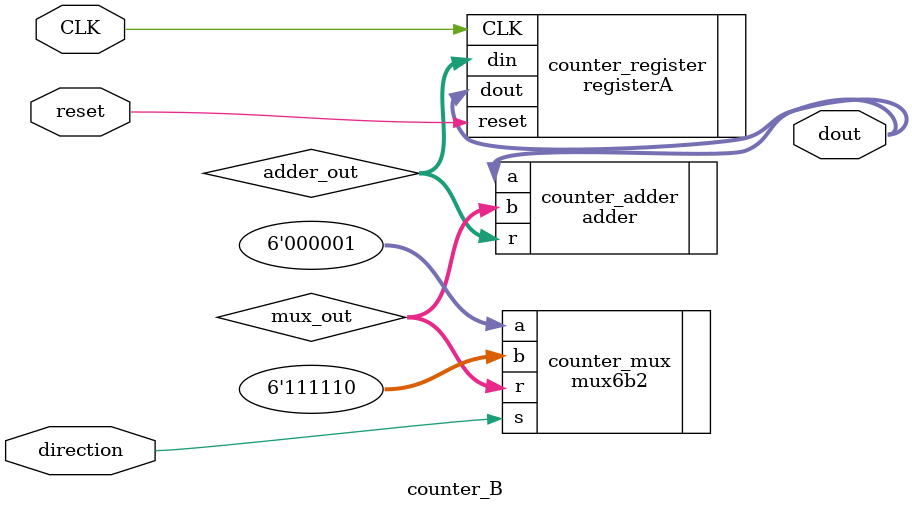
<source format=v>
`timescale 1ns / 1ps
module counter_B(
    input direction,
	 input reset,
    input CLK,
    output [5:0] dout
    );
	 
wire [5:0] adder_out;
wire [5:0] mux_out;

adder counter_adder (
    .a(dout), 
    .b(mux_out),
	 .r(adder_out)
    );
	 
mux6b2 counter_mux (
    .a(6'b000001), 
    .b(6'b111110), 
    .s(direction), 
    .r(mux_out)
    );

registerA counter_register (
    .din(adder_out),
	 .reset(reset),
    .dout(dout), 
    .CLK(CLK)
    );


endmodule

</source>
